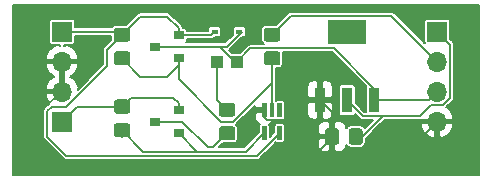
<source format=gtl>
G04 #@! TF.GenerationSoftware,KiCad,Pcbnew,(5.1.12)-1*
G04 #@! TF.CreationDate,2023-02-16T22:18:36+00:00*
G04 #@! TF.ProjectId,battery,62617474-6572-4792-9e6b-696361645f70,v01*
G04 #@! TF.SameCoordinates,Original*
G04 #@! TF.FileFunction,Copper,L1,Top*
G04 #@! TF.FilePolarity,Positive*
%FSLAX46Y46*%
G04 Gerber Fmt 4.6, Leading zero omitted, Abs format (unit mm)*
G04 Created by KiCad (PCBNEW (5.1.12)-1) date 2023-02-16 22:18:36*
%MOMM*%
%LPD*%
G01*
G04 APERTURE LIST*
G04 #@! TA.AperFunction,ComponentPad*
%ADD10R,1.700000X1.700000*%
G04 #@! TD*
G04 #@! TA.AperFunction,ComponentPad*
%ADD11O,1.700000X1.700000*%
G04 #@! TD*
G04 #@! TA.AperFunction,SMDPad,CuDef*
%ADD12R,0.900000X0.800000*%
G04 #@! TD*
G04 #@! TA.AperFunction,SMDPad,CuDef*
%ADD13R,0.600000X0.450000*%
G04 #@! TD*
G04 #@! TA.AperFunction,SMDPad,CuDef*
%ADD14R,1.100000X1.000000*%
G04 #@! TD*
G04 #@! TA.AperFunction,SMDPad,CuDef*
%ADD15R,0.950000X2.150000*%
G04 #@! TD*
G04 #@! TA.AperFunction,SMDPad,CuDef*
%ADD16R,3.250000X2.150000*%
G04 #@! TD*
G04 #@! TA.AperFunction,Conductor*
%ADD17C,0.200000*%
G04 #@! TD*
G04 #@! TA.AperFunction,Conductor*
%ADD18C,0.100000*%
G04 #@! TD*
G04 APERTURE END LIST*
D10*
X104140000Y-125730000D03*
D11*
X104140000Y-128270000D03*
X104140000Y-130810000D03*
D10*
X104140000Y-133350000D03*
G04 #@! TA.AperFunction,SMDPad,CuDef*
G36*
G01*
X122390000Y-131795000D02*
X122750000Y-131795000D01*
G75*
G02*
X122770000Y-131815000I0J-20000D01*
G01*
X122770000Y-132965000D01*
G75*
G02*
X122750000Y-132985000I-20000J0D01*
G01*
X122390000Y-132985000D01*
G75*
G02*
X122370000Y-132965000I0J20000D01*
G01*
X122370000Y-131815000D01*
G75*
G02*
X122390000Y-131795000I20000J0D01*
G01*
G37*
G04 #@! TD.AperFunction*
G04 #@! TA.AperFunction,SMDPad,CuDef*
G36*
G01*
X121740000Y-131795000D02*
X122100000Y-131795000D01*
G75*
G02*
X122120000Y-131815000I0J-20000D01*
G01*
X122120000Y-132965000D01*
G75*
G02*
X122100000Y-132985000I-20000J0D01*
G01*
X121740000Y-132985000D01*
G75*
G02*
X121720000Y-132965000I0J20000D01*
G01*
X121720000Y-131815000D01*
G75*
G02*
X121740000Y-131795000I20000J0D01*
G01*
G37*
G04 #@! TD.AperFunction*
G04 #@! TA.AperFunction,SMDPad,CuDef*
G36*
G01*
X121090000Y-131795000D02*
X121450000Y-131795000D01*
G75*
G02*
X121470000Y-131815000I0J-20000D01*
G01*
X121470000Y-132965000D01*
G75*
G02*
X121450000Y-132985000I-20000J0D01*
G01*
X121090000Y-132985000D01*
G75*
G02*
X121070000Y-132965000I0J20000D01*
G01*
X121070000Y-131815000D01*
G75*
G02*
X121090000Y-131795000I20000J0D01*
G01*
G37*
G04 #@! TD.AperFunction*
G04 #@! TA.AperFunction,SMDPad,CuDef*
G36*
G01*
X121090000Y-133715000D02*
X121450000Y-133715000D01*
G75*
G02*
X121470000Y-133735000I0J-20000D01*
G01*
X121470000Y-134885000D01*
G75*
G02*
X121450000Y-134905000I-20000J0D01*
G01*
X121090000Y-134905000D01*
G75*
G02*
X121070000Y-134885000I0J20000D01*
G01*
X121070000Y-133735000D01*
G75*
G02*
X121090000Y-133715000I20000J0D01*
G01*
G37*
G04 #@! TD.AperFunction*
G04 #@! TA.AperFunction,SMDPad,CuDef*
G36*
G01*
X122390000Y-133715000D02*
X122750000Y-133715000D01*
G75*
G02*
X122770000Y-133735000I0J-20000D01*
G01*
X122770000Y-134885000D01*
G75*
G02*
X122750000Y-134905000I-20000J0D01*
G01*
X122390000Y-134905000D01*
G75*
G02*
X122370000Y-134885000I0J20000D01*
G01*
X122370000Y-133735000D01*
G75*
G02*
X122390000Y-133715000I20000J0D01*
G01*
G37*
G04 #@! TD.AperFunction*
D12*
X112030000Y-127000000D03*
X114030000Y-126050000D03*
X114030000Y-127950000D03*
D13*
X119160000Y-125730000D03*
X117060000Y-125730000D03*
D12*
X114030000Y-134300000D03*
X114030000Y-132400000D03*
X112030000Y-133350000D03*
D14*
X117260000Y-128270000D03*
X118960000Y-128270000D03*
D10*
X135890000Y-125730000D03*
D11*
X135890000Y-128270000D03*
X135890000Y-130810000D03*
X135890000Y-133350000D03*
G04 #@! TA.AperFunction,SMDPad,CuDef*
G36*
G01*
X122370001Y-126600000D02*
X121469999Y-126600000D01*
G75*
G02*
X121220000Y-126350001I0J249999D01*
G01*
X121220000Y-125649999D01*
G75*
G02*
X121469999Y-125400000I249999J0D01*
G01*
X122370001Y-125400000D01*
G75*
G02*
X122620000Y-125649999I0J-249999D01*
G01*
X122620000Y-126350001D01*
G75*
G02*
X122370001Y-126600000I-249999J0D01*
G01*
G37*
G04 #@! TD.AperFunction*
G04 #@! TA.AperFunction,SMDPad,CuDef*
G36*
G01*
X122370001Y-128600000D02*
X121469999Y-128600000D01*
G75*
G02*
X121220000Y-128350001I0J249999D01*
G01*
X121220000Y-127649999D01*
G75*
G02*
X121469999Y-127400000I249999J0D01*
G01*
X122370001Y-127400000D01*
G75*
G02*
X122620000Y-127649999I0J-249999D01*
G01*
X122620000Y-128350001D01*
G75*
G02*
X122370001Y-128600000I-249999J0D01*
G01*
G37*
G04 #@! TD.AperFunction*
G04 #@! TA.AperFunction,SMDPad,CuDef*
G36*
G01*
X108769999Y-125400000D02*
X109670001Y-125400000D01*
G75*
G02*
X109920000Y-125649999I0J-249999D01*
G01*
X109920000Y-126350001D01*
G75*
G02*
X109670001Y-126600000I-249999J0D01*
G01*
X108769999Y-126600000D01*
G75*
G02*
X108520000Y-126350001I0J249999D01*
G01*
X108520000Y-125649999D01*
G75*
G02*
X108769999Y-125400000I249999J0D01*
G01*
G37*
G04 #@! TD.AperFunction*
G04 #@! TA.AperFunction,SMDPad,CuDef*
G36*
G01*
X108769999Y-127400000D02*
X109670001Y-127400000D01*
G75*
G02*
X109920000Y-127649999I0J-249999D01*
G01*
X109920000Y-128350001D01*
G75*
G02*
X109670001Y-128600000I-249999J0D01*
G01*
X108769999Y-128600000D01*
G75*
G02*
X108520000Y-128350001I0J249999D01*
G01*
X108520000Y-127649999D01*
G75*
G02*
X108769999Y-127400000I249999J0D01*
G01*
G37*
G04 #@! TD.AperFunction*
G04 #@! TA.AperFunction,SMDPad,CuDef*
G36*
G01*
X109670001Y-132680000D02*
X108769999Y-132680000D01*
G75*
G02*
X108520000Y-132430001I0J249999D01*
G01*
X108520000Y-131729999D01*
G75*
G02*
X108769999Y-131480000I249999J0D01*
G01*
X109670001Y-131480000D01*
G75*
G02*
X109920000Y-131729999I0J-249999D01*
G01*
X109920000Y-132430001D01*
G75*
G02*
X109670001Y-132680000I-249999J0D01*
G01*
G37*
G04 #@! TD.AperFunction*
G04 #@! TA.AperFunction,SMDPad,CuDef*
G36*
G01*
X109670001Y-134680000D02*
X108769999Y-134680000D01*
G75*
G02*
X108520000Y-134430001I0J249999D01*
G01*
X108520000Y-133729999D01*
G75*
G02*
X108769999Y-133480000I249999J0D01*
G01*
X109670001Y-133480000D01*
G75*
G02*
X109920000Y-133729999I0J-249999D01*
G01*
X109920000Y-134430001D01*
G75*
G02*
X109670001Y-134680000I-249999J0D01*
G01*
G37*
G04 #@! TD.AperFunction*
G04 #@! TA.AperFunction,SMDPad,CuDef*
G36*
G01*
X117659999Y-131750000D02*
X118560001Y-131750000D01*
G75*
G02*
X118810000Y-131999999I0J-249999D01*
G01*
X118810000Y-132700001D01*
G75*
G02*
X118560001Y-132950000I-249999J0D01*
G01*
X117659999Y-132950000D01*
G75*
G02*
X117410000Y-132700001I0J249999D01*
G01*
X117410000Y-131999999D01*
G75*
G02*
X117659999Y-131750000I249999J0D01*
G01*
G37*
G04 #@! TD.AperFunction*
G04 #@! TA.AperFunction,SMDPad,CuDef*
G36*
G01*
X117659999Y-133750000D02*
X118560001Y-133750000D01*
G75*
G02*
X118810000Y-133999999I0J-249999D01*
G01*
X118810000Y-134700001D01*
G75*
G02*
X118560001Y-134950000I-249999J0D01*
G01*
X117659999Y-134950000D01*
G75*
G02*
X117410000Y-134700001I0J249999D01*
G01*
X117410000Y-133999999D01*
G75*
G02*
X117659999Y-133750000I249999J0D01*
G01*
G37*
G04 #@! TD.AperFunction*
G04 #@! TA.AperFunction,SMDPad,CuDef*
G36*
G01*
X129600000Y-134169999D02*
X129600000Y-135070001D01*
G75*
G02*
X129350001Y-135320000I-249999J0D01*
G01*
X128649999Y-135320000D01*
G75*
G02*
X128400000Y-135070001I0J249999D01*
G01*
X128400000Y-134169999D01*
G75*
G02*
X128649999Y-133920000I249999J0D01*
G01*
X129350001Y-133920000D01*
G75*
G02*
X129600000Y-134169999I0J-249999D01*
G01*
G37*
G04 #@! TD.AperFunction*
G04 #@! TA.AperFunction,SMDPad,CuDef*
G36*
G01*
X127600000Y-134169999D02*
X127600000Y-135070001D01*
G75*
G02*
X127350001Y-135320000I-249999J0D01*
G01*
X126649999Y-135320000D01*
G75*
G02*
X126400000Y-135070001I0J249999D01*
G01*
X126400000Y-134169999D01*
G75*
G02*
X126649999Y-133920000I249999J0D01*
G01*
X127350001Y-133920000D01*
G75*
G02*
X127600000Y-134169999I0J-249999D01*
G01*
G37*
G04 #@! TD.AperFunction*
D15*
X125970000Y-131530000D03*
X128270000Y-131530000D03*
X130570000Y-131530000D03*
D16*
X128270000Y-125730000D03*
D17*
X134620000Y-134620000D02*
X135890000Y-133350000D01*
X121270000Y-132985000D02*
X121270000Y-132390000D01*
X122631864Y-133235010D02*
X121520010Y-133235010D01*
X123020010Y-134996844D02*
X123020010Y-133623156D01*
X121520010Y-133235010D02*
X121270000Y-132985000D01*
X121426834Y-136590020D02*
X123020010Y-134996844D01*
X123020010Y-133623156D02*
X122631864Y-133235010D01*
X132649980Y-136590020D02*
X133350000Y-135890000D01*
X133350000Y-135890000D02*
X134620000Y-134620000D01*
X132999990Y-136240010D02*
X133350000Y-135890000D01*
X121426834Y-136590020D02*
X125029980Y-136590020D01*
X127000000Y-134620000D02*
X127000000Y-134750040D01*
X127000000Y-134750040D02*
X125160020Y-136590020D01*
X125160020Y-136590020D02*
X132649980Y-136590020D01*
X125029980Y-136590020D02*
X125160020Y-136590020D01*
X127000000Y-132560000D02*
X125970000Y-131530000D01*
X127000000Y-134620000D02*
X127000000Y-132560000D01*
X104140000Y-130810000D02*
X104140000Y-128270000D01*
X102519992Y-132325018D02*
X104035010Y-130810000D01*
X104035010Y-130810000D02*
X104140000Y-130810000D01*
X102519992Y-134764980D02*
X102519992Y-132325018D01*
X104345032Y-136590020D02*
X102519992Y-134764980D01*
X121426834Y-136590020D02*
X104345032Y-136590020D01*
X116740000Y-126050000D02*
X117060000Y-125730000D01*
X114030000Y-126050000D02*
X116740000Y-126050000D01*
X122570000Y-133970000D02*
X122570000Y-134310000D01*
X122570000Y-134310000D02*
X120639990Y-136240010D01*
X109220000Y-126000000D02*
X109220000Y-125730000D01*
X114030000Y-126050000D02*
X114030000Y-125460000D01*
X114030000Y-125460000D02*
X113030000Y-124460000D01*
X110760000Y-124460000D02*
X109220000Y-126000000D01*
X113030000Y-124460000D02*
X110760000Y-124460000D01*
X108950000Y-125730000D02*
X109220000Y-126000000D01*
X104140000Y-125730000D02*
X108950000Y-125730000D01*
X120639990Y-136240010D02*
X104490010Y-136240010D01*
X104490010Y-136240010D02*
X102870000Y-134620000D01*
X104498002Y-132080000D02*
X107950000Y-128628002D01*
X103259998Y-132080000D02*
X104498002Y-132080000D01*
X102870000Y-132469998D02*
X103259998Y-132080000D01*
X102870000Y-134620000D02*
X102870000Y-132469998D01*
X107950000Y-127270000D02*
X109220000Y-126000000D01*
X107950000Y-128628002D02*
X107950000Y-127270000D01*
X118760002Y-128270000D02*
X118960000Y-128270000D01*
X117490002Y-127000000D02*
X118760002Y-128270000D01*
X112030000Y-127000000D02*
X117490002Y-127000000D01*
X117490002Y-127000000D02*
X118110000Y-127000000D01*
X118110000Y-127000000D02*
X119380000Y-125730000D01*
X119380000Y-125730000D02*
X119160000Y-125730000D01*
X135170000Y-131530000D02*
X135890000Y-130810000D01*
X130570000Y-131530000D02*
X135170000Y-131530000D01*
X130570000Y-131530000D02*
X130570000Y-130570000D01*
X120080010Y-127149990D02*
X118960000Y-128270000D01*
X127149990Y-127149990D02*
X120080010Y-127149990D01*
X130570000Y-130570000D02*
X127149990Y-127149990D01*
X117260000Y-131500000D02*
X118110000Y-132350000D01*
X117260000Y-128270000D02*
X117260000Y-131500000D01*
X136990001Y-126830001D02*
X135890000Y-125730000D01*
X136990001Y-131338001D02*
X136990001Y-126830001D01*
X134416999Y-132855001D02*
X135361999Y-131910001D01*
X136418001Y-131910001D02*
X136990001Y-131338001D01*
X135361999Y-131910001D02*
X136418001Y-131910001D01*
X128270000Y-131530000D02*
X129595001Y-132855001D01*
X131304999Y-132855001D02*
X134416999Y-132855001D01*
X129595001Y-132855001D02*
X131304999Y-132855001D01*
X129540000Y-134620000D02*
X131304999Y-132855001D01*
X129000000Y-134620000D02*
X129540000Y-134620000D01*
X114030000Y-127950000D02*
X114030000Y-128000000D01*
X118617124Y-133350000D02*
X121920000Y-130047124D01*
X117602876Y-133350000D02*
X118617124Y-133350000D01*
X114030000Y-129777124D02*
X117602876Y-133350000D01*
X114030000Y-127950000D02*
X114030000Y-129777124D01*
X121920000Y-130810000D02*
X121920000Y-128000000D01*
X121920000Y-130047124D02*
X121920000Y-130810000D01*
X121920000Y-132390000D02*
X121920000Y-130810000D01*
X114030000Y-127950000D02*
X114030000Y-128540000D01*
X114030000Y-128540000D02*
X113030000Y-129540000D01*
X110760000Y-129540000D02*
X109220000Y-128000000D01*
X113030000Y-129540000D02*
X110760000Y-129540000D01*
X114030000Y-134300000D02*
X114030000Y-134350000D01*
X114030000Y-134350000D02*
X115570000Y-135890000D01*
X119690000Y-135890000D02*
X121270000Y-134310000D01*
X115570000Y-135890000D02*
X119690000Y-135890000D01*
X109220000Y-134080000D02*
X109220000Y-134620000D01*
X111030000Y-135890000D02*
X109220000Y-134080000D01*
X115570000Y-135890000D02*
X111030000Y-135890000D01*
X116920010Y-135539990D02*
X118110000Y-134350000D01*
X116489990Y-135539990D02*
X116920010Y-135539990D01*
X114300000Y-133350000D02*
X116489990Y-135539990D01*
X112030000Y-133350000D02*
X114300000Y-133350000D01*
X132024999Y-124404999D02*
X135890000Y-128270000D01*
X123515001Y-124404999D02*
X132024999Y-124404999D01*
X121920000Y-126000000D02*
X123515001Y-124404999D01*
X114030000Y-131810000D02*
X114030000Y-132400000D01*
X113570000Y-131350000D02*
X114030000Y-131810000D01*
X109950000Y-131350000D02*
X109220000Y-132080000D01*
X113570000Y-131350000D02*
X109950000Y-131350000D01*
X105410000Y-132080000D02*
X104140000Y-133350000D01*
X109220000Y-132080000D02*
X105410000Y-132080000D01*
X139425000Y-137915000D02*
X99975000Y-137915000D01*
X99975000Y-132469998D01*
X102518307Y-132469998D01*
X102520001Y-132487196D01*
X102520000Y-134602812D01*
X102518307Y-134620000D01*
X102520000Y-134637188D01*
X102525065Y-134688611D01*
X102545078Y-134754586D01*
X102577578Y-134815389D01*
X102621315Y-134868684D01*
X102634676Y-134879649D01*
X104230361Y-136475335D01*
X104241325Y-136488695D01*
X104294620Y-136532432D01*
X104355423Y-136564932D01*
X104401384Y-136578874D01*
X104421397Y-136584945D01*
X104490009Y-136591703D01*
X104507198Y-136590010D01*
X120622802Y-136590010D01*
X120639990Y-136591703D01*
X120657178Y-136590010D01*
X120657179Y-136590010D01*
X120708602Y-136584945D01*
X120774577Y-136564932D01*
X120835380Y-136532432D01*
X120888675Y-136488695D01*
X120899643Y-136475330D01*
X122054974Y-135320000D01*
X125789058Y-135320000D01*
X125800797Y-135439189D01*
X125835563Y-135553797D01*
X125892020Y-135659421D01*
X125967999Y-135752001D01*
X126060579Y-135827980D01*
X126166203Y-135884437D01*
X126280811Y-135919203D01*
X126400000Y-135930942D01*
X126694000Y-135928000D01*
X126846000Y-135776000D01*
X126846000Y-134774000D01*
X125944000Y-134774000D01*
X125792000Y-134926000D01*
X125789058Y-135320000D01*
X122054974Y-135320000D01*
X122255713Y-135119262D01*
X122286213Y-135135564D01*
X122337090Y-135150998D01*
X122390000Y-135156209D01*
X122750000Y-135156209D01*
X122802910Y-135150998D01*
X122853787Y-135135564D01*
X122900676Y-135110502D01*
X122941774Y-135076774D01*
X122975502Y-135035676D01*
X123000564Y-134988787D01*
X123015998Y-134937910D01*
X123021209Y-134885000D01*
X123021209Y-133920000D01*
X125789058Y-133920000D01*
X125792000Y-134314000D01*
X125944000Y-134466000D01*
X126846000Y-134466000D01*
X126846000Y-133464000D01*
X126694000Y-133312000D01*
X126400000Y-133309058D01*
X126280811Y-133320797D01*
X126166203Y-133355563D01*
X126060579Y-133412020D01*
X125967999Y-133487999D01*
X125892020Y-133580579D01*
X125835563Y-133686203D01*
X125800797Y-133800811D01*
X125789058Y-133920000D01*
X123021209Y-133920000D01*
X123021209Y-133735000D01*
X123015998Y-133682090D01*
X123000564Y-133631213D01*
X122975502Y-133584324D01*
X122941774Y-133543226D01*
X122900676Y-133509498D01*
X122853787Y-133484436D01*
X122802910Y-133469002D01*
X122750000Y-133463791D01*
X122390000Y-133463791D01*
X122337090Y-133469002D01*
X122286213Y-133484436D01*
X122239324Y-133509498D01*
X122198226Y-133543226D01*
X122164498Y-133584324D01*
X122139436Y-133631213D01*
X122124002Y-133682090D01*
X122118791Y-133735000D01*
X122118791Y-134266234D01*
X121721209Y-134663817D01*
X121721209Y-133735000D01*
X121715998Y-133682090D01*
X121700564Y-133631213D01*
X121675502Y-133584324D01*
X121658150Y-133563180D01*
X121720017Y-133542442D01*
X121823964Y-133482955D01*
X121914309Y-133404332D01*
X121987580Y-133309594D01*
X122024118Y-133236209D01*
X122100000Y-133236209D01*
X122152910Y-133230998D01*
X122203787Y-133215564D01*
X122245000Y-133193536D01*
X122286213Y-133215564D01*
X122337090Y-133230998D01*
X122390000Y-133236209D01*
X122750000Y-133236209D01*
X122802910Y-133230998D01*
X122853787Y-133215564D01*
X122900676Y-133190502D01*
X122941774Y-133156774D01*
X122975502Y-133115676D01*
X123000564Y-133068787D01*
X123015998Y-133017910D01*
X123021209Y-132965000D01*
X123021209Y-132605000D01*
X124884058Y-132605000D01*
X124895797Y-132724189D01*
X124930563Y-132838797D01*
X124987020Y-132944421D01*
X125062999Y-133037001D01*
X125155579Y-133112980D01*
X125261203Y-133169437D01*
X125375811Y-133204203D01*
X125495000Y-133215942D01*
X125664000Y-133213000D01*
X125816000Y-133061000D01*
X125816000Y-131684000D01*
X126124000Y-131684000D01*
X126124000Y-133061000D01*
X126276000Y-133213000D01*
X126445000Y-133215942D01*
X126564189Y-133204203D01*
X126678797Y-133169437D01*
X126784421Y-133112980D01*
X126877001Y-133037001D01*
X126952980Y-132944421D01*
X127009437Y-132838797D01*
X127044203Y-132724189D01*
X127055942Y-132605000D01*
X127053000Y-131836000D01*
X126901000Y-131684000D01*
X126124000Y-131684000D01*
X125816000Y-131684000D01*
X125039000Y-131684000D01*
X124887000Y-131836000D01*
X124884058Y-132605000D01*
X123021209Y-132605000D01*
X123021209Y-131815000D01*
X123015998Y-131762090D01*
X123000564Y-131711213D01*
X122975502Y-131664324D01*
X122941774Y-131623226D01*
X122900676Y-131589498D01*
X122853787Y-131564436D01*
X122802910Y-131549002D01*
X122750000Y-131543791D01*
X122390000Y-131543791D01*
X122337090Y-131549002D01*
X122286213Y-131564436D01*
X122270000Y-131573102D01*
X122270000Y-130455000D01*
X124884058Y-130455000D01*
X124887000Y-131224000D01*
X125039000Y-131376000D01*
X125816000Y-131376000D01*
X125816000Y-129999000D01*
X126124000Y-129999000D01*
X126124000Y-131376000D01*
X126901000Y-131376000D01*
X127053000Y-131224000D01*
X127055942Y-130455000D01*
X127044203Y-130335811D01*
X127009437Y-130221203D01*
X126952980Y-130115579D01*
X126877001Y-130022999D01*
X126784421Y-129947020D01*
X126678797Y-129890563D01*
X126564189Y-129855797D01*
X126445000Y-129844058D01*
X126276000Y-129847000D01*
X126124000Y-129999000D01*
X125816000Y-129999000D01*
X125664000Y-129847000D01*
X125495000Y-129844058D01*
X125375811Y-129855797D01*
X125261203Y-129890563D01*
X125155579Y-129947020D01*
X125062999Y-130022999D01*
X124987020Y-130115579D01*
X124930563Y-130221203D01*
X124895797Y-130335811D01*
X124884058Y-130455000D01*
X122270000Y-130455000D01*
X122270000Y-130064314D01*
X122271693Y-130047125D01*
X122270000Y-130029935D01*
X122270000Y-128851209D01*
X122370001Y-128851209D01*
X122467782Y-128841578D01*
X122561805Y-128813057D01*
X122648457Y-128766740D01*
X122724409Y-128704409D01*
X122786740Y-128628457D01*
X122833057Y-128541805D01*
X122861578Y-128447782D01*
X122871209Y-128350001D01*
X122871209Y-127649999D01*
X122861578Y-127552218D01*
X122845735Y-127499990D01*
X127005017Y-127499990D01*
X129863254Y-130358228D01*
X129862913Y-130358866D01*
X129848618Y-130405992D01*
X129843791Y-130455000D01*
X129843791Y-132505001D01*
X129739976Y-132505001D01*
X128996209Y-131761235D01*
X128996209Y-130455000D01*
X128991382Y-130405992D01*
X128977087Y-130358866D01*
X128953873Y-130315436D01*
X128922632Y-130277368D01*
X128884564Y-130246127D01*
X128841134Y-130222913D01*
X128794008Y-130208618D01*
X128745000Y-130203791D01*
X127795000Y-130203791D01*
X127745992Y-130208618D01*
X127698866Y-130222913D01*
X127655436Y-130246127D01*
X127617368Y-130277368D01*
X127586127Y-130315436D01*
X127562913Y-130358866D01*
X127548618Y-130405992D01*
X127543791Y-130455000D01*
X127543791Y-132605000D01*
X127548618Y-132654008D01*
X127562913Y-132701134D01*
X127586127Y-132744564D01*
X127617368Y-132782632D01*
X127655436Y-132813873D01*
X127698866Y-132837087D01*
X127745992Y-132851382D01*
X127795000Y-132856209D01*
X128745000Y-132856209D01*
X128794008Y-132851382D01*
X128841134Y-132837087D01*
X128884564Y-132813873D01*
X128922632Y-132782632D01*
X128953873Y-132744564D01*
X128966314Y-132721289D01*
X129335356Y-133090331D01*
X129346316Y-133103686D01*
X129399611Y-133147423D01*
X129460414Y-133179923D01*
X129526389Y-133199936D01*
X129577812Y-133205001D01*
X129577814Y-133205001D01*
X129595000Y-133206694D01*
X129612186Y-133205001D01*
X130460025Y-133205001D01*
X129769089Y-133895938D01*
X129766740Y-133891543D01*
X129704409Y-133815591D01*
X129628457Y-133753260D01*
X129541805Y-133706943D01*
X129447782Y-133678422D01*
X129350001Y-133668791D01*
X128649999Y-133668791D01*
X128552218Y-133678422D01*
X128458195Y-133706943D01*
X128371543Y-133753260D01*
X128295591Y-133815591D01*
X128233260Y-133891543D01*
X128210841Y-133933485D01*
X128210942Y-133920000D01*
X128199203Y-133800811D01*
X128164437Y-133686203D01*
X128107980Y-133580579D01*
X128032001Y-133487999D01*
X127939421Y-133412020D01*
X127833797Y-133355563D01*
X127719189Y-133320797D01*
X127600000Y-133309058D01*
X127306000Y-133312000D01*
X127154000Y-133464000D01*
X127154000Y-134466000D01*
X127174000Y-134466000D01*
X127174000Y-134774000D01*
X127154000Y-134774000D01*
X127154000Y-135776000D01*
X127306000Y-135928000D01*
X127600000Y-135930942D01*
X127719189Y-135919203D01*
X127833797Y-135884437D01*
X127939421Y-135827980D01*
X128032001Y-135752001D01*
X128107980Y-135659421D01*
X128164437Y-135553797D01*
X128199203Y-135439189D01*
X128210942Y-135320000D01*
X128210841Y-135306515D01*
X128233260Y-135348457D01*
X128295591Y-135424409D01*
X128371543Y-135486740D01*
X128458195Y-135533057D01*
X128552218Y-135561578D01*
X128649999Y-135571209D01*
X129350001Y-135571209D01*
X129447782Y-135561578D01*
X129541805Y-135533057D01*
X129628457Y-135486740D01*
X129704409Y-135424409D01*
X129766740Y-135348457D01*
X129813057Y-135261805D01*
X129841578Y-135167782D01*
X129851209Y-135070001D01*
X129851209Y-134803764D01*
X130926064Y-133728910D01*
X134482097Y-133728910D01*
X134508854Y-133817139D01*
X134626527Y-134077611D01*
X134792754Y-134310122D01*
X135001148Y-134505736D01*
X135243700Y-134656935D01*
X135511089Y-134757909D01*
X135736000Y-134647850D01*
X135736000Y-133504000D01*
X136044000Y-133504000D01*
X136044000Y-134647850D01*
X136268911Y-134757909D01*
X136536300Y-134656935D01*
X136778852Y-134505736D01*
X136987246Y-134310122D01*
X137153473Y-134077611D01*
X137271146Y-133817139D01*
X137297903Y-133728910D01*
X137186889Y-133504000D01*
X136044000Y-133504000D01*
X135736000Y-133504000D01*
X134593111Y-133504000D01*
X134482097Y-133728910D01*
X130926064Y-133728910D01*
X131449974Y-133205001D01*
X134399811Y-133205001D01*
X134416999Y-133206694D01*
X134434187Y-133205001D01*
X134434188Y-133205001D01*
X134485611Y-133199936D01*
X134551586Y-133179923D01*
X134578164Y-133165717D01*
X134593111Y-133196000D01*
X135736000Y-133196000D01*
X135736000Y-133176000D01*
X136044000Y-133176000D01*
X136044000Y-133196000D01*
X137186889Y-133196000D01*
X137297903Y-132971090D01*
X137271146Y-132882861D01*
X137153473Y-132622389D01*
X136987246Y-132389878D01*
X136778852Y-132194264D01*
X136686365Y-132136610D01*
X137225336Y-131597641D01*
X137238685Y-131586686D01*
X137282423Y-131533391D01*
X137314923Y-131472588D01*
X137334936Y-131406613D01*
X137340001Y-131355190D01*
X137340001Y-131355189D01*
X137341694Y-131338002D01*
X137340001Y-131320813D01*
X137340001Y-126847186D01*
X137341694Y-126830000D01*
X137340001Y-126812812D01*
X137334936Y-126761389D01*
X137314923Y-126695414D01*
X137282423Y-126634611D01*
X137238686Y-126581316D01*
X137225331Y-126570356D01*
X136991209Y-126336234D01*
X136991209Y-124880000D01*
X136986382Y-124830992D01*
X136972087Y-124783866D01*
X136948873Y-124740436D01*
X136917632Y-124702368D01*
X136879564Y-124671127D01*
X136836134Y-124647913D01*
X136789008Y-124633618D01*
X136740000Y-124628791D01*
X135040000Y-124628791D01*
X134990992Y-124633618D01*
X134943866Y-124647913D01*
X134900436Y-124671127D01*
X134862368Y-124702368D01*
X134831127Y-124740436D01*
X134807913Y-124783866D01*
X134793618Y-124830992D01*
X134788791Y-124880000D01*
X134788791Y-126580000D01*
X134793618Y-126629008D01*
X134807913Y-126676134D01*
X134827211Y-126712237D01*
X132284653Y-124169680D01*
X132273684Y-124156314D01*
X132220389Y-124112577D01*
X132159586Y-124080077D01*
X132093611Y-124060064D01*
X132042188Y-124054999D01*
X132042187Y-124054999D01*
X132024999Y-124053306D01*
X132007811Y-124054999D01*
X123532189Y-124054999D01*
X123515000Y-124053306D01*
X123446388Y-124060064D01*
X123426375Y-124066135D01*
X123380414Y-124080077D01*
X123319611Y-124112577D01*
X123266316Y-124156314D01*
X123255352Y-124169674D01*
X122276236Y-125148791D01*
X121469999Y-125148791D01*
X121372218Y-125158422D01*
X121278195Y-125186943D01*
X121191543Y-125233260D01*
X121115591Y-125295591D01*
X121053260Y-125371543D01*
X121006943Y-125458195D01*
X120978422Y-125552218D01*
X120968791Y-125649999D01*
X120968791Y-126350001D01*
X120978422Y-126447782D01*
X121006943Y-126541805D01*
X121053260Y-126628457D01*
X121115591Y-126704409D01*
X121191543Y-126766740D01*
X121253749Y-126799990D01*
X120097195Y-126799990D01*
X120080009Y-126798297D01*
X120062823Y-126799990D01*
X120062821Y-126799990D01*
X120011398Y-126805055D01*
X119945423Y-126825068D01*
X119884620Y-126857568D01*
X119831325Y-126901305D01*
X119820365Y-126914660D01*
X119216235Y-127518791D01*
X118503767Y-127518791D01*
X118287148Y-127302172D01*
X118305390Y-127292422D01*
X118358685Y-127248685D01*
X118369653Y-127235320D01*
X119398766Y-126206209D01*
X119460000Y-126206209D01*
X119509008Y-126201382D01*
X119556134Y-126187087D01*
X119599564Y-126163873D01*
X119637632Y-126132632D01*
X119668873Y-126094564D01*
X119692087Y-126051134D01*
X119706382Y-126004008D01*
X119711209Y-125955000D01*
X119711209Y-125843861D01*
X119724935Y-125798612D01*
X119724935Y-125798611D01*
X119731693Y-125730001D01*
X119728738Y-125700000D01*
X119724935Y-125661388D01*
X119711209Y-125616139D01*
X119711209Y-125505000D01*
X119706382Y-125455992D01*
X119692087Y-125408866D01*
X119668873Y-125365436D01*
X119637632Y-125327368D01*
X119599564Y-125296127D01*
X119556134Y-125272913D01*
X119509008Y-125258618D01*
X119460000Y-125253791D01*
X118860000Y-125253791D01*
X118810992Y-125258618D01*
X118763866Y-125272913D01*
X118720436Y-125296127D01*
X118682368Y-125327368D01*
X118651127Y-125365436D01*
X118627913Y-125408866D01*
X118613618Y-125455992D01*
X118608791Y-125505000D01*
X118608791Y-125955000D01*
X118613385Y-126001641D01*
X117965027Y-126650000D01*
X117507190Y-126650000D01*
X117490002Y-126648307D01*
X117472814Y-126650000D01*
X114630376Y-126650000D01*
X114657632Y-126627632D01*
X114688873Y-126589564D01*
X114712087Y-126546134D01*
X114726382Y-126499008D01*
X114731209Y-126450000D01*
X114731209Y-126400000D01*
X116722812Y-126400000D01*
X116740000Y-126401693D01*
X116757188Y-126400000D01*
X116757189Y-126400000D01*
X116808612Y-126394935D01*
X116874587Y-126374922D01*
X116935390Y-126342422D01*
X116988685Y-126298685D01*
X116999653Y-126285320D01*
X117078765Y-126206209D01*
X117360000Y-126206209D01*
X117409008Y-126201382D01*
X117456134Y-126187087D01*
X117499564Y-126163873D01*
X117537632Y-126132632D01*
X117568873Y-126094564D01*
X117592087Y-126051134D01*
X117606382Y-126004008D01*
X117611209Y-125955000D01*
X117611209Y-125505000D01*
X117606382Y-125455992D01*
X117592087Y-125408866D01*
X117568873Y-125365436D01*
X117537632Y-125327368D01*
X117499564Y-125296127D01*
X117456134Y-125272913D01*
X117409008Y-125258618D01*
X117360000Y-125253791D01*
X116760000Y-125253791D01*
X116710992Y-125258618D01*
X116663866Y-125272913D01*
X116620436Y-125296127D01*
X116582368Y-125327368D01*
X116551127Y-125365436D01*
X116527913Y-125408866D01*
X116513618Y-125455992D01*
X116508791Y-125505000D01*
X116508791Y-125700000D01*
X114731209Y-125700000D01*
X114731209Y-125650000D01*
X114726382Y-125600992D01*
X114712087Y-125553866D01*
X114688873Y-125510436D01*
X114657632Y-125472368D01*
X114619564Y-125441127D01*
X114576134Y-125417913D01*
X114529008Y-125403618D01*
X114480000Y-125398791D01*
X114375664Y-125398791D01*
X114374935Y-125391388D01*
X114354922Y-125325413D01*
X114322422Y-125264610D01*
X114289642Y-125224667D01*
X114278685Y-125211315D01*
X114265330Y-125200355D01*
X113289653Y-124224680D01*
X113278685Y-124211315D01*
X113225390Y-124167578D01*
X113164587Y-124135078D01*
X113098612Y-124115065D01*
X113047189Y-124110000D01*
X113047188Y-124110000D01*
X113030000Y-124108307D01*
X113012812Y-124110000D01*
X110777189Y-124110000D01*
X110760000Y-124108307D01*
X110691388Y-124115065D01*
X110625412Y-124135078D01*
X110604233Y-124146399D01*
X110564610Y-124167578D01*
X110511315Y-124211315D01*
X110500351Y-124224675D01*
X109576236Y-125148791D01*
X108769999Y-125148791D01*
X108672218Y-125158422D01*
X108578195Y-125186943D01*
X108491543Y-125233260D01*
X108415591Y-125295591D01*
X108353260Y-125371543D01*
X108348740Y-125380000D01*
X105241209Y-125380000D01*
X105241209Y-124880000D01*
X105236382Y-124830992D01*
X105222087Y-124783866D01*
X105198873Y-124740436D01*
X105167632Y-124702368D01*
X105129564Y-124671127D01*
X105086134Y-124647913D01*
X105039008Y-124633618D01*
X104990000Y-124628791D01*
X103290000Y-124628791D01*
X103240992Y-124633618D01*
X103193866Y-124647913D01*
X103150436Y-124671127D01*
X103112368Y-124702368D01*
X103081127Y-124740436D01*
X103057913Y-124783866D01*
X103043618Y-124830992D01*
X103038791Y-124880000D01*
X103038791Y-126580000D01*
X103043618Y-126629008D01*
X103057913Y-126676134D01*
X103081127Y-126719564D01*
X103112368Y-126757632D01*
X103150436Y-126788873D01*
X103193866Y-126812087D01*
X103240992Y-126826382D01*
X103290000Y-126831209D01*
X103985998Y-126831209D01*
X103985998Y-126972149D01*
X103761089Y-126862091D01*
X103493700Y-126963065D01*
X103251148Y-127114264D01*
X103042754Y-127309878D01*
X102876527Y-127542389D01*
X102758854Y-127802861D01*
X102732097Y-127891090D01*
X102843111Y-128116000D01*
X103986000Y-128116000D01*
X103986000Y-128096000D01*
X104294000Y-128096000D01*
X104294000Y-128116000D01*
X105436889Y-128116000D01*
X105547903Y-127891090D01*
X105521146Y-127802861D01*
X105403473Y-127542389D01*
X105237246Y-127309878D01*
X105028852Y-127114264D01*
X104786300Y-126963065D01*
X104518911Y-126862091D01*
X104294002Y-126972149D01*
X104294002Y-126831209D01*
X104990000Y-126831209D01*
X105039008Y-126826382D01*
X105086134Y-126812087D01*
X105129564Y-126788873D01*
X105167632Y-126757632D01*
X105198873Y-126719564D01*
X105222087Y-126676134D01*
X105236382Y-126629008D01*
X105241209Y-126580000D01*
X105241209Y-126080000D01*
X108268791Y-126080000D01*
X108268791Y-126350001D01*
X108278316Y-126446710D01*
X107714676Y-127010351D01*
X107701316Y-127021315D01*
X107657579Y-127074610D01*
X107632023Y-127122422D01*
X107625079Y-127135413D01*
X107605065Y-127201389D01*
X107598307Y-127270000D01*
X107600001Y-127287198D01*
X107600000Y-128483027D01*
X105446500Y-130636528D01*
X105547903Y-130431090D01*
X105521146Y-130342861D01*
X105403473Y-130082389D01*
X105237246Y-129849878D01*
X105028852Y-129654264D01*
X104845551Y-129540000D01*
X105028852Y-129425736D01*
X105237246Y-129230122D01*
X105403473Y-128997611D01*
X105521146Y-128737139D01*
X105547903Y-128648910D01*
X105436889Y-128424000D01*
X104294000Y-128424000D01*
X104294000Y-130656000D01*
X104314000Y-130656000D01*
X104314000Y-130964000D01*
X104294000Y-130964000D01*
X104294000Y-130984000D01*
X103986000Y-130984000D01*
X103986000Y-130964000D01*
X102843111Y-130964000D01*
X102732097Y-131188910D01*
X102758854Y-131277139D01*
X102876527Y-131537611D01*
X103042754Y-131770122D01*
X103062870Y-131789004D01*
X103011313Y-131831315D01*
X103000355Y-131844668D01*
X102634675Y-132210350D01*
X102621316Y-132221313D01*
X102577579Y-132274608D01*
X102552051Y-132322368D01*
X102545079Y-132335411D01*
X102525065Y-132401387D01*
X102518307Y-132469998D01*
X99975000Y-132469998D01*
X99975000Y-128648910D01*
X102732097Y-128648910D01*
X102758854Y-128737139D01*
X102876527Y-128997611D01*
X103042754Y-129230122D01*
X103251148Y-129425736D01*
X103434449Y-129540000D01*
X103251148Y-129654264D01*
X103042754Y-129849878D01*
X102876527Y-130082389D01*
X102758854Y-130342861D01*
X102732097Y-130431090D01*
X102843111Y-130656000D01*
X103986000Y-130656000D01*
X103986000Y-128424000D01*
X102843111Y-128424000D01*
X102732097Y-128648910D01*
X99975000Y-128648910D01*
X99975000Y-123465000D01*
X139425001Y-123465000D01*
X139425000Y-137915000D01*
G04 #@! TA.AperFunction,Conductor*
D18*
G36*
X139425000Y-137915000D02*
G01*
X99975000Y-137915000D01*
X99975000Y-132469998D01*
X102518307Y-132469998D01*
X102520001Y-132487196D01*
X102520000Y-134602812D01*
X102518307Y-134620000D01*
X102520000Y-134637188D01*
X102525065Y-134688611D01*
X102545078Y-134754586D01*
X102577578Y-134815389D01*
X102621315Y-134868684D01*
X102634676Y-134879649D01*
X104230361Y-136475335D01*
X104241325Y-136488695D01*
X104294620Y-136532432D01*
X104355423Y-136564932D01*
X104401384Y-136578874D01*
X104421397Y-136584945D01*
X104490009Y-136591703D01*
X104507198Y-136590010D01*
X120622802Y-136590010D01*
X120639990Y-136591703D01*
X120657178Y-136590010D01*
X120657179Y-136590010D01*
X120708602Y-136584945D01*
X120774577Y-136564932D01*
X120835380Y-136532432D01*
X120888675Y-136488695D01*
X120899643Y-136475330D01*
X122054974Y-135320000D01*
X125789058Y-135320000D01*
X125800797Y-135439189D01*
X125835563Y-135553797D01*
X125892020Y-135659421D01*
X125967999Y-135752001D01*
X126060579Y-135827980D01*
X126166203Y-135884437D01*
X126280811Y-135919203D01*
X126400000Y-135930942D01*
X126694000Y-135928000D01*
X126846000Y-135776000D01*
X126846000Y-134774000D01*
X125944000Y-134774000D01*
X125792000Y-134926000D01*
X125789058Y-135320000D01*
X122054974Y-135320000D01*
X122255713Y-135119262D01*
X122286213Y-135135564D01*
X122337090Y-135150998D01*
X122390000Y-135156209D01*
X122750000Y-135156209D01*
X122802910Y-135150998D01*
X122853787Y-135135564D01*
X122900676Y-135110502D01*
X122941774Y-135076774D01*
X122975502Y-135035676D01*
X123000564Y-134988787D01*
X123015998Y-134937910D01*
X123021209Y-134885000D01*
X123021209Y-133920000D01*
X125789058Y-133920000D01*
X125792000Y-134314000D01*
X125944000Y-134466000D01*
X126846000Y-134466000D01*
X126846000Y-133464000D01*
X126694000Y-133312000D01*
X126400000Y-133309058D01*
X126280811Y-133320797D01*
X126166203Y-133355563D01*
X126060579Y-133412020D01*
X125967999Y-133487999D01*
X125892020Y-133580579D01*
X125835563Y-133686203D01*
X125800797Y-133800811D01*
X125789058Y-133920000D01*
X123021209Y-133920000D01*
X123021209Y-133735000D01*
X123015998Y-133682090D01*
X123000564Y-133631213D01*
X122975502Y-133584324D01*
X122941774Y-133543226D01*
X122900676Y-133509498D01*
X122853787Y-133484436D01*
X122802910Y-133469002D01*
X122750000Y-133463791D01*
X122390000Y-133463791D01*
X122337090Y-133469002D01*
X122286213Y-133484436D01*
X122239324Y-133509498D01*
X122198226Y-133543226D01*
X122164498Y-133584324D01*
X122139436Y-133631213D01*
X122124002Y-133682090D01*
X122118791Y-133735000D01*
X122118791Y-134266234D01*
X121721209Y-134663817D01*
X121721209Y-133735000D01*
X121715998Y-133682090D01*
X121700564Y-133631213D01*
X121675502Y-133584324D01*
X121658150Y-133563180D01*
X121720017Y-133542442D01*
X121823964Y-133482955D01*
X121914309Y-133404332D01*
X121987580Y-133309594D01*
X122024118Y-133236209D01*
X122100000Y-133236209D01*
X122152910Y-133230998D01*
X122203787Y-133215564D01*
X122245000Y-133193536D01*
X122286213Y-133215564D01*
X122337090Y-133230998D01*
X122390000Y-133236209D01*
X122750000Y-133236209D01*
X122802910Y-133230998D01*
X122853787Y-133215564D01*
X122900676Y-133190502D01*
X122941774Y-133156774D01*
X122975502Y-133115676D01*
X123000564Y-133068787D01*
X123015998Y-133017910D01*
X123021209Y-132965000D01*
X123021209Y-132605000D01*
X124884058Y-132605000D01*
X124895797Y-132724189D01*
X124930563Y-132838797D01*
X124987020Y-132944421D01*
X125062999Y-133037001D01*
X125155579Y-133112980D01*
X125261203Y-133169437D01*
X125375811Y-133204203D01*
X125495000Y-133215942D01*
X125664000Y-133213000D01*
X125816000Y-133061000D01*
X125816000Y-131684000D01*
X126124000Y-131684000D01*
X126124000Y-133061000D01*
X126276000Y-133213000D01*
X126445000Y-133215942D01*
X126564189Y-133204203D01*
X126678797Y-133169437D01*
X126784421Y-133112980D01*
X126877001Y-133037001D01*
X126952980Y-132944421D01*
X127009437Y-132838797D01*
X127044203Y-132724189D01*
X127055942Y-132605000D01*
X127053000Y-131836000D01*
X126901000Y-131684000D01*
X126124000Y-131684000D01*
X125816000Y-131684000D01*
X125039000Y-131684000D01*
X124887000Y-131836000D01*
X124884058Y-132605000D01*
X123021209Y-132605000D01*
X123021209Y-131815000D01*
X123015998Y-131762090D01*
X123000564Y-131711213D01*
X122975502Y-131664324D01*
X122941774Y-131623226D01*
X122900676Y-131589498D01*
X122853787Y-131564436D01*
X122802910Y-131549002D01*
X122750000Y-131543791D01*
X122390000Y-131543791D01*
X122337090Y-131549002D01*
X122286213Y-131564436D01*
X122270000Y-131573102D01*
X122270000Y-130455000D01*
X124884058Y-130455000D01*
X124887000Y-131224000D01*
X125039000Y-131376000D01*
X125816000Y-131376000D01*
X125816000Y-129999000D01*
X126124000Y-129999000D01*
X126124000Y-131376000D01*
X126901000Y-131376000D01*
X127053000Y-131224000D01*
X127055942Y-130455000D01*
X127044203Y-130335811D01*
X127009437Y-130221203D01*
X126952980Y-130115579D01*
X126877001Y-130022999D01*
X126784421Y-129947020D01*
X126678797Y-129890563D01*
X126564189Y-129855797D01*
X126445000Y-129844058D01*
X126276000Y-129847000D01*
X126124000Y-129999000D01*
X125816000Y-129999000D01*
X125664000Y-129847000D01*
X125495000Y-129844058D01*
X125375811Y-129855797D01*
X125261203Y-129890563D01*
X125155579Y-129947020D01*
X125062999Y-130022999D01*
X124987020Y-130115579D01*
X124930563Y-130221203D01*
X124895797Y-130335811D01*
X124884058Y-130455000D01*
X122270000Y-130455000D01*
X122270000Y-130064314D01*
X122271693Y-130047125D01*
X122270000Y-130029935D01*
X122270000Y-128851209D01*
X122370001Y-128851209D01*
X122467782Y-128841578D01*
X122561805Y-128813057D01*
X122648457Y-128766740D01*
X122724409Y-128704409D01*
X122786740Y-128628457D01*
X122833057Y-128541805D01*
X122861578Y-128447782D01*
X122871209Y-128350001D01*
X122871209Y-127649999D01*
X122861578Y-127552218D01*
X122845735Y-127499990D01*
X127005017Y-127499990D01*
X129863254Y-130358228D01*
X129862913Y-130358866D01*
X129848618Y-130405992D01*
X129843791Y-130455000D01*
X129843791Y-132505001D01*
X129739976Y-132505001D01*
X128996209Y-131761235D01*
X128996209Y-130455000D01*
X128991382Y-130405992D01*
X128977087Y-130358866D01*
X128953873Y-130315436D01*
X128922632Y-130277368D01*
X128884564Y-130246127D01*
X128841134Y-130222913D01*
X128794008Y-130208618D01*
X128745000Y-130203791D01*
X127795000Y-130203791D01*
X127745992Y-130208618D01*
X127698866Y-130222913D01*
X127655436Y-130246127D01*
X127617368Y-130277368D01*
X127586127Y-130315436D01*
X127562913Y-130358866D01*
X127548618Y-130405992D01*
X127543791Y-130455000D01*
X127543791Y-132605000D01*
X127548618Y-132654008D01*
X127562913Y-132701134D01*
X127586127Y-132744564D01*
X127617368Y-132782632D01*
X127655436Y-132813873D01*
X127698866Y-132837087D01*
X127745992Y-132851382D01*
X127795000Y-132856209D01*
X128745000Y-132856209D01*
X128794008Y-132851382D01*
X128841134Y-132837087D01*
X128884564Y-132813873D01*
X128922632Y-132782632D01*
X128953873Y-132744564D01*
X128966314Y-132721289D01*
X129335356Y-133090331D01*
X129346316Y-133103686D01*
X129399611Y-133147423D01*
X129460414Y-133179923D01*
X129526389Y-133199936D01*
X129577812Y-133205001D01*
X129577814Y-133205001D01*
X129595000Y-133206694D01*
X129612186Y-133205001D01*
X130460025Y-133205001D01*
X129769089Y-133895938D01*
X129766740Y-133891543D01*
X129704409Y-133815591D01*
X129628457Y-133753260D01*
X129541805Y-133706943D01*
X129447782Y-133678422D01*
X129350001Y-133668791D01*
X128649999Y-133668791D01*
X128552218Y-133678422D01*
X128458195Y-133706943D01*
X128371543Y-133753260D01*
X128295591Y-133815591D01*
X128233260Y-133891543D01*
X128210841Y-133933485D01*
X128210942Y-133920000D01*
X128199203Y-133800811D01*
X128164437Y-133686203D01*
X128107980Y-133580579D01*
X128032001Y-133487999D01*
X127939421Y-133412020D01*
X127833797Y-133355563D01*
X127719189Y-133320797D01*
X127600000Y-133309058D01*
X127306000Y-133312000D01*
X127154000Y-133464000D01*
X127154000Y-134466000D01*
X127174000Y-134466000D01*
X127174000Y-134774000D01*
X127154000Y-134774000D01*
X127154000Y-135776000D01*
X127306000Y-135928000D01*
X127600000Y-135930942D01*
X127719189Y-135919203D01*
X127833797Y-135884437D01*
X127939421Y-135827980D01*
X128032001Y-135752001D01*
X128107980Y-135659421D01*
X128164437Y-135553797D01*
X128199203Y-135439189D01*
X128210942Y-135320000D01*
X128210841Y-135306515D01*
X128233260Y-135348457D01*
X128295591Y-135424409D01*
X128371543Y-135486740D01*
X128458195Y-135533057D01*
X128552218Y-135561578D01*
X128649999Y-135571209D01*
X129350001Y-135571209D01*
X129447782Y-135561578D01*
X129541805Y-135533057D01*
X129628457Y-135486740D01*
X129704409Y-135424409D01*
X129766740Y-135348457D01*
X129813057Y-135261805D01*
X129841578Y-135167782D01*
X129851209Y-135070001D01*
X129851209Y-134803764D01*
X130926064Y-133728910D01*
X134482097Y-133728910D01*
X134508854Y-133817139D01*
X134626527Y-134077611D01*
X134792754Y-134310122D01*
X135001148Y-134505736D01*
X135243700Y-134656935D01*
X135511089Y-134757909D01*
X135736000Y-134647850D01*
X135736000Y-133504000D01*
X136044000Y-133504000D01*
X136044000Y-134647850D01*
X136268911Y-134757909D01*
X136536300Y-134656935D01*
X136778852Y-134505736D01*
X136987246Y-134310122D01*
X137153473Y-134077611D01*
X137271146Y-133817139D01*
X137297903Y-133728910D01*
X137186889Y-133504000D01*
X136044000Y-133504000D01*
X135736000Y-133504000D01*
X134593111Y-133504000D01*
X134482097Y-133728910D01*
X130926064Y-133728910D01*
X131449974Y-133205001D01*
X134399811Y-133205001D01*
X134416999Y-133206694D01*
X134434187Y-133205001D01*
X134434188Y-133205001D01*
X134485611Y-133199936D01*
X134551586Y-133179923D01*
X134578164Y-133165717D01*
X134593111Y-133196000D01*
X135736000Y-133196000D01*
X135736000Y-133176000D01*
X136044000Y-133176000D01*
X136044000Y-133196000D01*
X137186889Y-133196000D01*
X137297903Y-132971090D01*
X137271146Y-132882861D01*
X137153473Y-132622389D01*
X136987246Y-132389878D01*
X136778852Y-132194264D01*
X136686365Y-132136610D01*
X137225336Y-131597641D01*
X137238685Y-131586686D01*
X137282423Y-131533391D01*
X137314923Y-131472588D01*
X137334936Y-131406613D01*
X137340001Y-131355190D01*
X137340001Y-131355189D01*
X137341694Y-131338002D01*
X137340001Y-131320813D01*
X137340001Y-126847186D01*
X137341694Y-126830000D01*
X137340001Y-126812812D01*
X137334936Y-126761389D01*
X137314923Y-126695414D01*
X137282423Y-126634611D01*
X137238686Y-126581316D01*
X137225331Y-126570356D01*
X136991209Y-126336234D01*
X136991209Y-124880000D01*
X136986382Y-124830992D01*
X136972087Y-124783866D01*
X136948873Y-124740436D01*
X136917632Y-124702368D01*
X136879564Y-124671127D01*
X136836134Y-124647913D01*
X136789008Y-124633618D01*
X136740000Y-124628791D01*
X135040000Y-124628791D01*
X134990992Y-124633618D01*
X134943866Y-124647913D01*
X134900436Y-124671127D01*
X134862368Y-124702368D01*
X134831127Y-124740436D01*
X134807913Y-124783866D01*
X134793618Y-124830992D01*
X134788791Y-124880000D01*
X134788791Y-126580000D01*
X134793618Y-126629008D01*
X134807913Y-126676134D01*
X134827211Y-126712237D01*
X132284653Y-124169680D01*
X132273684Y-124156314D01*
X132220389Y-124112577D01*
X132159586Y-124080077D01*
X132093611Y-124060064D01*
X132042188Y-124054999D01*
X132042187Y-124054999D01*
X132024999Y-124053306D01*
X132007811Y-124054999D01*
X123532189Y-124054999D01*
X123515000Y-124053306D01*
X123446388Y-124060064D01*
X123426375Y-124066135D01*
X123380414Y-124080077D01*
X123319611Y-124112577D01*
X123266316Y-124156314D01*
X123255352Y-124169674D01*
X122276236Y-125148791D01*
X121469999Y-125148791D01*
X121372218Y-125158422D01*
X121278195Y-125186943D01*
X121191543Y-125233260D01*
X121115591Y-125295591D01*
X121053260Y-125371543D01*
X121006943Y-125458195D01*
X120978422Y-125552218D01*
X120968791Y-125649999D01*
X120968791Y-126350001D01*
X120978422Y-126447782D01*
X121006943Y-126541805D01*
X121053260Y-126628457D01*
X121115591Y-126704409D01*
X121191543Y-126766740D01*
X121253749Y-126799990D01*
X120097195Y-126799990D01*
X120080009Y-126798297D01*
X120062823Y-126799990D01*
X120062821Y-126799990D01*
X120011398Y-126805055D01*
X119945423Y-126825068D01*
X119884620Y-126857568D01*
X119831325Y-126901305D01*
X119820365Y-126914660D01*
X119216235Y-127518791D01*
X118503767Y-127518791D01*
X118287148Y-127302172D01*
X118305390Y-127292422D01*
X118358685Y-127248685D01*
X118369653Y-127235320D01*
X119398766Y-126206209D01*
X119460000Y-126206209D01*
X119509008Y-126201382D01*
X119556134Y-126187087D01*
X119599564Y-126163873D01*
X119637632Y-126132632D01*
X119668873Y-126094564D01*
X119692087Y-126051134D01*
X119706382Y-126004008D01*
X119711209Y-125955000D01*
X119711209Y-125843861D01*
X119724935Y-125798612D01*
X119724935Y-125798611D01*
X119731693Y-125730001D01*
X119728738Y-125700000D01*
X119724935Y-125661388D01*
X119711209Y-125616139D01*
X119711209Y-125505000D01*
X119706382Y-125455992D01*
X119692087Y-125408866D01*
X119668873Y-125365436D01*
X119637632Y-125327368D01*
X119599564Y-125296127D01*
X119556134Y-125272913D01*
X119509008Y-125258618D01*
X119460000Y-125253791D01*
X118860000Y-125253791D01*
X118810992Y-125258618D01*
X118763866Y-125272913D01*
X118720436Y-125296127D01*
X118682368Y-125327368D01*
X118651127Y-125365436D01*
X118627913Y-125408866D01*
X118613618Y-125455992D01*
X118608791Y-125505000D01*
X118608791Y-125955000D01*
X118613385Y-126001641D01*
X117965027Y-126650000D01*
X117507190Y-126650000D01*
X117490002Y-126648307D01*
X117472814Y-126650000D01*
X114630376Y-126650000D01*
X114657632Y-126627632D01*
X114688873Y-126589564D01*
X114712087Y-126546134D01*
X114726382Y-126499008D01*
X114731209Y-126450000D01*
X114731209Y-126400000D01*
X116722812Y-126400000D01*
X116740000Y-126401693D01*
X116757188Y-126400000D01*
X116757189Y-126400000D01*
X116808612Y-126394935D01*
X116874587Y-126374922D01*
X116935390Y-126342422D01*
X116988685Y-126298685D01*
X116999653Y-126285320D01*
X117078765Y-126206209D01*
X117360000Y-126206209D01*
X117409008Y-126201382D01*
X117456134Y-126187087D01*
X117499564Y-126163873D01*
X117537632Y-126132632D01*
X117568873Y-126094564D01*
X117592087Y-126051134D01*
X117606382Y-126004008D01*
X117611209Y-125955000D01*
X117611209Y-125505000D01*
X117606382Y-125455992D01*
X117592087Y-125408866D01*
X117568873Y-125365436D01*
X117537632Y-125327368D01*
X117499564Y-125296127D01*
X117456134Y-125272913D01*
X117409008Y-125258618D01*
X117360000Y-125253791D01*
X116760000Y-125253791D01*
X116710992Y-125258618D01*
X116663866Y-125272913D01*
X116620436Y-125296127D01*
X116582368Y-125327368D01*
X116551127Y-125365436D01*
X116527913Y-125408866D01*
X116513618Y-125455992D01*
X116508791Y-125505000D01*
X116508791Y-125700000D01*
X114731209Y-125700000D01*
X114731209Y-125650000D01*
X114726382Y-125600992D01*
X114712087Y-125553866D01*
X114688873Y-125510436D01*
X114657632Y-125472368D01*
X114619564Y-125441127D01*
X114576134Y-125417913D01*
X114529008Y-125403618D01*
X114480000Y-125398791D01*
X114375664Y-125398791D01*
X114374935Y-125391388D01*
X114354922Y-125325413D01*
X114322422Y-125264610D01*
X114289642Y-125224667D01*
X114278685Y-125211315D01*
X114265330Y-125200355D01*
X113289653Y-124224680D01*
X113278685Y-124211315D01*
X113225390Y-124167578D01*
X113164587Y-124135078D01*
X113098612Y-124115065D01*
X113047189Y-124110000D01*
X113047188Y-124110000D01*
X113030000Y-124108307D01*
X113012812Y-124110000D01*
X110777189Y-124110000D01*
X110760000Y-124108307D01*
X110691388Y-124115065D01*
X110625412Y-124135078D01*
X110604233Y-124146399D01*
X110564610Y-124167578D01*
X110511315Y-124211315D01*
X110500351Y-124224675D01*
X109576236Y-125148791D01*
X108769999Y-125148791D01*
X108672218Y-125158422D01*
X108578195Y-125186943D01*
X108491543Y-125233260D01*
X108415591Y-125295591D01*
X108353260Y-125371543D01*
X108348740Y-125380000D01*
X105241209Y-125380000D01*
X105241209Y-124880000D01*
X105236382Y-124830992D01*
X105222087Y-124783866D01*
X105198873Y-124740436D01*
X105167632Y-124702368D01*
X105129564Y-124671127D01*
X105086134Y-124647913D01*
X105039008Y-124633618D01*
X104990000Y-124628791D01*
X103290000Y-124628791D01*
X103240992Y-124633618D01*
X103193866Y-124647913D01*
X103150436Y-124671127D01*
X103112368Y-124702368D01*
X103081127Y-124740436D01*
X103057913Y-124783866D01*
X103043618Y-124830992D01*
X103038791Y-124880000D01*
X103038791Y-126580000D01*
X103043618Y-126629008D01*
X103057913Y-126676134D01*
X103081127Y-126719564D01*
X103112368Y-126757632D01*
X103150436Y-126788873D01*
X103193866Y-126812087D01*
X103240992Y-126826382D01*
X103290000Y-126831209D01*
X103985998Y-126831209D01*
X103985998Y-126972149D01*
X103761089Y-126862091D01*
X103493700Y-126963065D01*
X103251148Y-127114264D01*
X103042754Y-127309878D01*
X102876527Y-127542389D01*
X102758854Y-127802861D01*
X102732097Y-127891090D01*
X102843111Y-128116000D01*
X103986000Y-128116000D01*
X103986000Y-128096000D01*
X104294000Y-128096000D01*
X104294000Y-128116000D01*
X105436889Y-128116000D01*
X105547903Y-127891090D01*
X105521146Y-127802861D01*
X105403473Y-127542389D01*
X105237246Y-127309878D01*
X105028852Y-127114264D01*
X104786300Y-126963065D01*
X104518911Y-126862091D01*
X104294002Y-126972149D01*
X104294002Y-126831209D01*
X104990000Y-126831209D01*
X105039008Y-126826382D01*
X105086134Y-126812087D01*
X105129564Y-126788873D01*
X105167632Y-126757632D01*
X105198873Y-126719564D01*
X105222087Y-126676134D01*
X105236382Y-126629008D01*
X105241209Y-126580000D01*
X105241209Y-126080000D01*
X108268791Y-126080000D01*
X108268791Y-126350001D01*
X108278316Y-126446710D01*
X107714676Y-127010351D01*
X107701316Y-127021315D01*
X107657579Y-127074610D01*
X107632023Y-127122422D01*
X107625079Y-127135413D01*
X107605065Y-127201389D01*
X107598307Y-127270000D01*
X107600001Y-127287198D01*
X107600000Y-128483027D01*
X105446500Y-130636528D01*
X105547903Y-130431090D01*
X105521146Y-130342861D01*
X105403473Y-130082389D01*
X105237246Y-129849878D01*
X105028852Y-129654264D01*
X104845551Y-129540000D01*
X105028852Y-129425736D01*
X105237246Y-129230122D01*
X105403473Y-128997611D01*
X105521146Y-128737139D01*
X105547903Y-128648910D01*
X105436889Y-128424000D01*
X104294000Y-128424000D01*
X104294000Y-130656000D01*
X104314000Y-130656000D01*
X104314000Y-130964000D01*
X104294000Y-130964000D01*
X104294000Y-130984000D01*
X103986000Y-130984000D01*
X103986000Y-130964000D01*
X102843111Y-130964000D01*
X102732097Y-131188910D01*
X102758854Y-131277139D01*
X102876527Y-131537611D01*
X103042754Y-131770122D01*
X103062870Y-131789004D01*
X103011313Y-131831315D01*
X103000355Y-131844668D01*
X102634675Y-132210350D01*
X102621316Y-132221313D01*
X102577579Y-132274608D01*
X102552051Y-132322368D01*
X102545079Y-132335411D01*
X102525065Y-132401387D01*
X102518307Y-132469998D01*
X99975000Y-132469998D01*
X99975000Y-128648910D01*
X102732097Y-128648910D01*
X102758854Y-128737139D01*
X102876527Y-128997611D01*
X103042754Y-129230122D01*
X103251148Y-129425736D01*
X103434449Y-129540000D01*
X103251148Y-129654264D01*
X103042754Y-129849878D01*
X102876527Y-130082389D01*
X102758854Y-130342861D01*
X102732097Y-130431090D01*
X102843111Y-130656000D01*
X103986000Y-130656000D01*
X103986000Y-128424000D01*
X102843111Y-128424000D01*
X102732097Y-128648910D01*
X99975000Y-128648910D01*
X99975000Y-123465000D01*
X139425001Y-123465000D01*
X139425000Y-137915000D01*
G37*
G04 #@! TD.AperFunction*
D17*
X120462000Y-132084000D02*
X120614000Y-132236000D01*
X121170000Y-132236000D01*
X121170000Y-132216000D01*
X121370000Y-132216000D01*
X121370000Y-132236000D01*
X121444000Y-132236000D01*
X121444000Y-132544000D01*
X121370000Y-132544000D01*
X121370000Y-132564000D01*
X121170000Y-132564000D01*
X121170000Y-132544000D01*
X120614000Y-132544000D01*
X120462000Y-132696000D01*
X120459313Y-132967338D01*
X120467602Y-133086817D01*
X120499040Y-133202382D01*
X120552420Y-133309594D01*
X120625691Y-133404332D01*
X120716036Y-133482955D01*
X120819983Y-133542442D01*
X120881850Y-133563180D01*
X120864498Y-133584324D01*
X120839436Y-133631213D01*
X120824002Y-133682090D01*
X120818791Y-133735000D01*
X120818791Y-134266234D01*
X119545027Y-135540000D01*
X117414973Y-135540000D01*
X117753764Y-135201209D01*
X118560001Y-135201209D01*
X118657782Y-135191578D01*
X118751805Y-135163057D01*
X118838457Y-135116740D01*
X118914409Y-135054409D01*
X118976740Y-134978457D01*
X119023057Y-134891805D01*
X119051578Y-134797782D01*
X119061209Y-134700001D01*
X119061209Y-133999999D01*
X119051578Y-133902218D01*
X119023057Y-133808195D01*
X118976740Y-133721543D01*
X118914409Y-133645591D01*
X118861531Y-133602196D01*
X118865809Y-133598685D01*
X118876778Y-133585319D01*
X120461177Y-132000920D01*
X120462000Y-132084000D01*
G04 #@! TA.AperFunction,Conductor*
D18*
G36*
X120462000Y-132084000D02*
G01*
X120614000Y-132236000D01*
X121170000Y-132236000D01*
X121170000Y-132216000D01*
X121370000Y-132216000D01*
X121370000Y-132236000D01*
X121444000Y-132236000D01*
X121444000Y-132544000D01*
X121370000Y-132544000D01*
X121370000Y-132564000D01*
X121170000Y-132564000D01*
X121170000Y-132544000D01*
X120614000Y-132544000D01*
X120462000Y-132696000D01*
X120459313Y-132967338D01*
X120467602Y-133086817D01*
X120499040Y-133202382D01*
X120552420Y-133309594D01*
X120625691Y-133404332D01*
X120716036Y-133482955D01*
X120819983Y-133542442D01*
X120881850Y-133563180D01*
X120864498Y-133584324D01*
X120839436Y-133631213D01*
X120824002Y-133682090D01*
X120818791Y-133735000D01*
X120818791Y-134266234D01*
X119545027Y-135540000D01*
X117414973Y-135540000D01*
X117753764Y-135201209D01*
X118560001Y-135201209D01*
X118657782Y-135191578D01*
X118751805Y-135163057D01*
X118838457Y-135116740D01*
X118914409Y-135054409D01*
X118976740Y-134978457D01*
X119023057Y-134891805D01*
X119051578Y-134797782D01*
X119061209Y-134700001D01*
X119061209Y-133999999D01*
X119051578Y-133902218D01*
X119023057Y-133808195D01*
X118976740Y-133721543D01*
X118914409Y-133645591D01*
X118861531Y-133602196D01*
X118865809Y-133598685D01*
X118876778Y-133585319D01*
X120461177Y-132000920D01*
X120462000Y-132084000D01*
G37*
G04 #@! TD.AperFunction*
M02*

</source>
